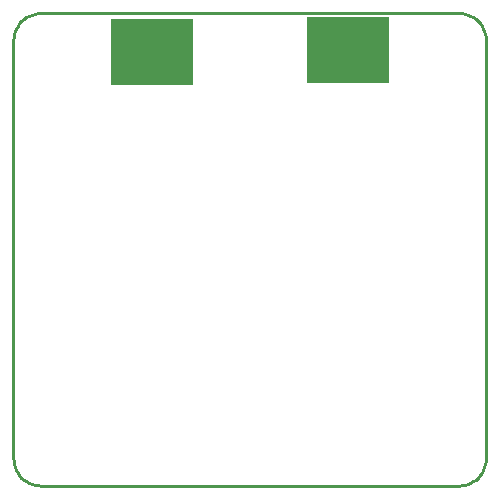
<source format=gko>
G04*
G04 #@! TF.GenerationSoftware,Altium Limited,Altium Designer,22.11.1 (43)*
G04*
G04 Layer_Color=16711935*
%FSLAX25Y25*%
%MOIN*%
G70*
G04*
G04 #@! TF.SameCoordinates,40CF40E7-FDA6-4BEF-B87F-FA6DAB628F73*
G04*
G04*
G04 #@! TF.FilePolarity,Positive*
G04*
G01*
G75*
%ADD14C,0.01000*%
%ADD123R,0.27559X0.22244*%
D14*
X87795Y236221D02*
X86781Y236163D01*
X85780Y235993D01*
X84805Y235712D01*
X83866Y235324D01*
X82978Y234833D01*
X82149Y234245D01*
X81392Y233568D01*
X80716Y232811D01*
X80128Y231983D01*
X79637Y231094D01*
X79248Y230156D01*
X78967Y229180D01*
X78797Y228179D01*
X78740Y227165D01*
X236221D02*
X236163Y228179D01*
X235993Y229180D01*
X235712Y230156D01*
X235324Y231094D01*
X234833Y231983D01*
X234245Y232811D01*
X233568Y233568D01*
X232811Y234245D01*
X231983Y234833D01*
X231094Y235324D01*
X230156Y235712D01*
X229180Y235993D01*
X228179Y236163D01*
X227165Y236221D01*
Y78740D02*
X228179Y78797D01*
X229180Y78967D01*
X230156Y79248D01*
X231094Y79637D01*
X231983Y80128D01*
X232811Y80716D01*
X233568Y81392D01*
X234245Y82149D01*
X234833Y82978D01*
X235324Y83866D01*
X235712Y84804D01*
X235993Y85780D01*
X236163Y86781D01*
X236221Y87795D01*
X78740Y87795D02*
X78797Y86781D01*
X78967Y85780D01*
X79248Y84805D01*
X79637Y83866D01*
X80128Y82978D01*
X80716Y82149D01*
X81392Y81392D01*
X82149Y80716D01*
X82978Y80128D01*
X83866Y79637D01*
X84805Y79248D01*
X85780Y78967D01*
X86781Y78797D01*
X87795Y78740D01*
Y236221D02*
X227165D01*
X78740Y87795D02*
Y227165D01*
X236221Y87795D02*
Y227165D01*
X87795Y78740D02*
X227165D01*
D123*
X190157Y223799D02*
D03*
X124803Y223406D02*
D03*
M02*

</source>
